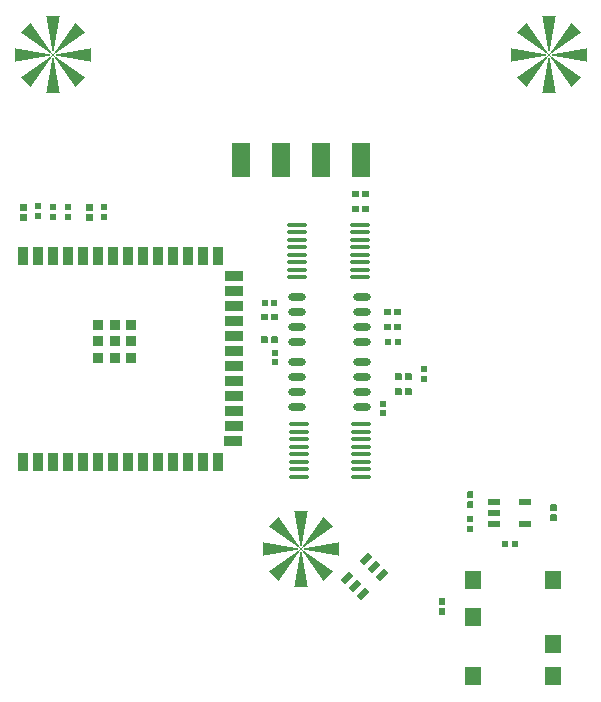
<source format=gbp>
G04 Layer: BottomPasteMaskLayer*
G04 EasyEDA Pro v3.2.58, 2026-01-05 14:09:15*
G04 Gerber Generator version 0.3*
G04 Scale: 100 percent, Rotated: No, Reflected: No*
G04 Dimensions in millimeters*
G04 Leading zeros omitted, absolute positions, 4 integers and 5 decimals*
G04 Generated by one-click*
%FSLAX45Y45*%
%MOMM*%
%AMRect*21,1,$1,$2,0,0,$3*%
%AMPolygonMacro1*4,1,3,-1.62493,-0.57304,-1.62493,0.57304,1.62493,0.0,-1.62493,-0.57304,0*%
%AMPolygonMacro2*4,1,3,-0.5412,-1.3516,-1.3516,-0.5412,1.3516,1.3516,-0.5412,-1.3516,0*%
%AMPolygonMacro3*4,1,3,-1.3516,0.5412,-0.5412,1.3516,1.3516,-1.3516,-1.3516,0.5412,0*%
%AMPolygonMacro4*4,1,3,0.57304,-1.62493,-0.57304,-1.62493,0.0,1.62493,0.57304,-1.62493,0*%
%AMPolygonMacro5*4,1,3,-0.57304,1.62493,0.57304,1.62493,0.0,-1.62493,-0.57304,1.62493,0*%
%AMPolygonMacro6*4,1,3,0.5412,1.3516,1.3516,0.5412,-1.3516,-1.3516,0.5412,1.3516,0*%
%AMPolygonMacro7*4,1,3,1.3516,-0.5412,0.5412,-1.3516,-1.3516,1.3516,1.3516,-0.5412,0*%
%AMPolygonMacro8*4,1,3,1.62493,0.57304,1.62493,-0.57304,-1.62493,0.0,1.62493,0.57304,0*%
%AMPolygonMacro9*4,1,3,-0.5412,-1.3516,-1.3516,-0.5412,1.3516,1.3516,-0.5412,-1.3516,0*%
%AMPolygonMacro10*4,1,3,-1.3516,0.5412,-0.5412,1.3516,1.3516,-1.3516,-1.3516,0.5412,0*%
%AMPolygonMacro11*4,1,3,0.57304,-1.62493,-0.57304,-1.62493,0.0,1.62493,0.57304,-1.62493,0*%
%AMPolygonMacro12*4,1,3,-0.57304,1.62493,0.57304,1.62493,0.0,-1.62493,-0.57304,1.62493,0*%
%AMPolygonMacro13*4,1,3,0.5412,1.3516,1.3516,0.5412,-1.3516,-1.3516,0.5412,1.3516,0*%
%AMPolygonMacro14*4,1,3,1.3516,-0.5412,0.5412,-1.3516,-1.3516,1.3516,1.3516,-0.5412,0*%
%AMPolygonMacro15*4,1,3,-0.5412,-1.3516,-1.3516,-0.5412,1.3516,1.3516,-0.5412,-1.3516,0*%
%AMPolygonMacro16*4,1,3,-1.3516,0.5412,-0.5412,1.3516,1.3516,-1.3516,-1.3516,0.5412,0*%
%AMPolygonMacro17*4,1,3,0.5412,1.3516,1.3516,0.5412,-1.3516,-1.3516,0.5412,1.3516,0*%
%AMPolygonMacro18*4,1,3,1.3516,-0.5412,0.5412,-1.3516,-1.3516,1.3516,1.3516,-0.5412,0*%
%ADD10R,0.5X0.54*%
%ADD11R,0.54X0.5*%
%ADD12R,0.9X1.5*%
%ADD13R,1.5X0.9*%
%ADD14R,0.9X0.9*%
%ADD15O,1.8148X0.3556*%
%ADD16O,1.52001X0.6*%
%ADD17Rect,0.5381X1.07201X135.0*%
%ADD18Rect,0.532X1.07201X135.0*%
%ADD19R,1.524X3.0*%
%ADD20R,1.1X0.6*%
%ADD21R,1.4X1.5*%
%ADD22PolygonMacro1*%
%ADD23PolygonMacro2*%
%ADD24PolygonMacro3*%
%ADD25PolygonMacro4*%
%ADD26PolygonMacro5*%
%ADD27PolygonMacro6*%
%ADD28PolygonMacro7*%
%ADD29PolygonMacro8*%
%ADD30PolygonMacro9*%
%ADD31PolygonMacro10*%
%ADD32PolygonMacro11*%
%ADD33PolygonMacro12*%
%ADD34PolygonMacro13*%
%ADD35PolygonMacro14*%
%ADD36PolygonMacro15*%
%ADD37PolygonMacro16*%
%ADD38PolygonMacro17*%
%ADD39PolygonMacro18*%
G75*


G04 PolygonModel Start*
G36*
G01X3291486Y3315388D02*
G01X3291486Y3269388D01*
G01X3295486Y3265388D01*
G01X3345550Y3265388D01*
G01X3349550Y3269388D01*
G01X3349550Y3315388D01*
G01X3345550Y3319388D01*
G01X3295486Y3319388D01*
G01X3291486Y3315388D01*
G37*
G36*
G01X3264486Y3315388D02*
G01X3260485Y3319388D01*
G01X3210422Y3319388D01*
G01X3206421Y3315388D01*
G01X3206421Y3269388D01*
G01X3210422Y3265388D01*
G01X3260485Y3265388D01*
G01X3264486Y3269388D01*
G01X3264486Y3315388D01*
G37*
G36*
G01X3291486Y3442388D02*
G01X3291486Y3396388D01*
G01X3295486Y3392388D01*
G01X3345550Y3392388D01*
G01X3349550Y3396388D01*
G01X3349550Y3442388D01*
G01X3345550Y3446388D01*
G01X3295486Y3446388D01*
G01X3291486Y3442388D01*
G37*
G36*
G01X3264486Y3442388D02*
G01X3260485Y3446388D01*
G01X3210422Y3446388D01*
G01X3206421Y3442388D01*
G01X3206421Y3396388D01*
G01X3210422Y3392388D01*
G01X3260485Y3392388D01*
G01X3264486Y3396388D01*
G01X3264486Y3442388D01*
G37*
G36*
G01X2221700Y3164700D02*
G01X2221700Y3210700D01*
G01X2217699Y3214700D01*
G01X2167636Y3214700D01*
G01X2163636Y3210700D01*
G01X2163636Y3164700D01*
G01X2167636Y3160700D01*
G01X2217699Y3160700D01*
G01X2221700Y3164700D01*
G37*
G36*
G01X2248700Y3164700D02*
G01X2252701Y3160700D01*
G01X2302764Y3160700D01*
G01X2306765Y3164700D01*
G01X2306765Y3210700D01*
G01X2302764Y3214700D01*
G01X2252701Y3214700D01*
G01X2248700Y3210700D01*
G01X2248700Y3164700D01*
G37*
G36*
G01X2221700Y3355200D02*
G01X2221700Y3401200D01*
G01X2217699Y3405200D01*
G01X2167636Y3405200D01*
G01X2163636Y3401200D01*
G01X2163636Y3355200D01*
G01X2167636Y3351200D01*
G01X2217699Y3351200D01*
G01X2221700Y3355200D01*
G37*
G36*
G01X2248700Y3355200D02*
G01X2252701Y3351200D01*
G01X2302764Y3351200D01*
G01X2306765Y3355200D01*
G01X2306765Y3401200D01*
G01X2302764Y3405200D01*
G01X2252701Y3405200D01*
G01X2248700Y3401200D01*
G01X2248700Y3355200D01*
G37*
G36*
G01X688200Y4277555D02*
G01X734200Y4277555D01*
G01X738200Y4281556D01*
G01X738200Y4331619D01*
G01X734200Y4335619D01*
G01X688200Y4335619D01*
G01X684200Y4331619D01*
G01X684200Y4281556D01*
G01X688200Y4277555D01*
G37*
G36*
G01X688200Y4250555D02*
G01X684200Y4246554D01*
G01X684200Y4196491D01*
G01X688200Y4192490D01*
G01X734200Y4192490D01*
G01X738200Y4196491D01*
G01X738200Y4246554D01*
G01X734200Y4250555D01*
G01X688200Y4250555D01*
G37*
G36*
G01X175400Y4250555D02*
G01X129400Y4250555D01*
G01X125400Y4246554D01*
G01X125400Y4196491D01*
G01X129400Y4192490D01*
G01X175400Y4192490D01*
G01X179400Y4196491D01*
G01X179400Y4246554D01*
G01X175400Y4250555D01*
G37*
G36*
G01X175400Y4277555D02*
G01X179400Y4281556D01*
G01X179400Y4331619D01*
G01X175400Y4335619D01*
G01X129400Y4335619D01*
G01X125400Y4331619D01*
G01X125400Y4281556D01*
G01X129400Y4277555D01*
G01X175400Y4277555D01*
G37*
G36*
G01X3380386Y2768873D02*
G01X3380386Y2722873D01*
G01X3384386Y2718873D01*
G01X3434450Y2718873D01*
G01X3438450Y2722873D01*
G01X3438450Y2768873D01*
G01X3434450Y2772873D01*
G01X3384386Y2772873D01*
G01X3380386Y2768873D01*
G37*
G36*
G01X3353386Y2768873D02*
G01X3349385Y2772873D01*
G01X3299322Y2772873D01*
G01X3295321Y2768873D01*
G01X3295321Y2722873D01*
G01X3299322Y2718873D01*
G01X3349385Y2718873D01*
G01X3353386Y2722873D01*
G01X3353386Y2768873D01*
G37*
G36*
G01X3380386Y2895873D02*
G01X3380386Y2849873D01*
G01X3384386Y2845873D01*
G01X3434450Y2845873D01*
G01X3438450Y2849873D01*
G01X3438450Y2895873D01*
G01X3434450Y2899873D01*
G01X3384386Y2899873D01*
G01X3380386Y2895873D01*
G37*
G36*
G01X3353386Y2895873D02*
G01X3349385Y2899873D01*
G01X3299322Y2899873D01*
G01X3295321Y2895873D01*
G01X3295321Y2849873D01*
G01X3299322Y2845873D01*
G01X3349385Y2845873D01*
G01X3353386Y2849873D01*
G01X3353386Y2895873D01*
G37*
G36*
G01X3021063Y4442600D02*
G01X3021063Y4396600D01*
G01X3025064Y4392600D01*
G01X3075127Y4392600D01*
G01X3079128Y4396600D01*
G01X3079128Y4442600D01*
G01X3075127Y4446600D01*
G01X3025064Y4446600D01*
G01X3021063Y4442600D01*
G37*
G36*
G01X2994063Y4442600D02*
G01X2990063Y4446600D01*
G01X2939999Y4446600D01*
G01X2935999Y4442600D01*
G01X2935999Y4396600D01*
G01X2939999Y4392600D01*
G01X2990063Y4392600D01*
G01X2994063Y4396600D01*
G01X2994063Y4442600D01*
G37*
G36*
G01X3021063Y4315600D02*
G01X3021063Y4269600D01*
G01X3025064Y4265600D01*
G01X3075127Y4265600D01*
G01X3079128Y4269600D01*
G01X3079128Y4315600D01*
G01X3075127Y4319600D01*
G01X3025064Y4319600D01*
G01X3021063Y4315600D01*
G37*
G36*
G01X2994063Y4315600D02*
G01X2990063Y4319600D01*
G01X2939999Y4319600D01*
G01X2935999Y4315600D01*
G01X2935999Y4269600D01*
G01X2939999Y4265600D01*
G01X2990063Y4265600D01*
G01X2994063Y4269600D01*
G01X2994063Y4315600D01*
G37*
G36*
G01X3718700Y913600D02*
G01X3672700Y913600D01*
G01X3668700Y909599D01*
G01X3668700Y859536D01*
G01X3672700Y855536D01*
G01X3718700Y855536D01*
G01X3722700Y859536D01*
G01X3722700Y909599D01*
G01X3718700Y913600D01*
G37*
G36*
G01X3718700Y940600D02*
G01X3722700Y944601D01*
G01X3722700Y994664D01*
G01X3718700Y998665D01*
G01X3672700Y998665D01*
G01X3668700Y994664D01*
G01X3668700Y944601D01*
G01X3672700Y940600D01*
G01X3718700Y940600D01*
G37*
G36*
G01X4617682Y1735519D02*
G01X4663681Y1735519D01*
G01X4667682Y1739519D01*
G01X4667682Y1789582D01*
G01X4663681Y1793583D01*
G01X4617682Y1793583D01*
G01X4613681Y1789582D01*
G01X4613681Y1739519D01*
G01X4617682Y1735519D01*
G37*
G36*
G01X4617682Y1708518D02*
G01X4613681Y1704518D01*
G01X4613681Y1654454D01*
G01X4617682Y1650454D01*
G01X4663681Y1650454D01*
G01X4667682Y1654454D01*
G01X4667682Y1704518D01*
G01X4663681Y1708518D01*
G01X4617682Y1708518D01*
G37*
G36*
G01X3912481Y1845790D02*
G01X3958480Y1845790D01*
G01X3962481Y1849791D01*
G01X3962481Y1899854D01*
G01X3958480Y1903855D01*
G01X3912481Y1903855D01*
G01X3908480Y1899854D01*
G01X3908480Y1849791D01*
G01X3912481Y1845790D01*
G37*
G36*
G01X3912481Y1818790D02*
G01X3908480Y1814790D01*
G01X3908480Y1764726D01*
G01X3912481Y1760726D01*
G01X3958480Y1760726D01*
G01X3962481Y1764726D01*
G01X3962481Y1814790D01*
G01X3958480Y1818790D01*
G01X3912481Y1818790D01*
G37*

G04 Pad Start*
G54D10*
G01X3319997Y3165388D03*
G01X3235974Y3165388D03*
G54D11*
G01X2286000Y2993288D03*
G01X2286000Y3077312D03*
G01X3543300Y2937612D03*
G01X3543300Y2853588D03*
G01X838200Y4306067D03*
G01X838200Y4222043D03*
G01X533400Y4306067D03*
G01X533400Y4222043D03*
G01X406296Y4306067D03*
G01X406296Y4222043D03*
G54D12*
G01X151905Y3897605D03*
G01X278905Y3897605D03*
G01X405905Y3897605D03*
G01X532905Y3897605D03*
G01X659905Y3897605D03*
G01X786905Y3897605D03*
G01X913905Y3897605D03*
G01X1040905Y3897605D03*
G01X1167905Y3897605D03*
G01X1294905Y3897605D03*
G01X1421905Y3897605D03*
G01X1548905Y3897605D03*
G01X1675905Y3897605D03*
G01X1802905Y3897605D03*
G54D13*
G01X1930895Y3721100D03*
G01X1930895Y3594100D03*
G01X1930895Y3467100D03*
G01X1930895Y3340100D03*
G01X1930895Y3213100D03*
G01X1930895Y3086100D03*
G01X1930895Y2959100D03*
G01X1930895Y2832100D03*
G01X1930895Y2705100D03*
G01X1930895Y2578100D03*
G01X1930895Y2451100D03*
G01X1927898Y2324100D03*
G54D12*
G01X1802905Y2147595D03*
G01X1675905Y2147595D03*
G01X1548905Y2147595D03*
G01X1421905Y2147595D03*
G01X1294905Y2147595D03*
G01X1167905Y2147595D03*
G01X1040905Y2147595D03*
G01X913905Y2147595D03*
G01X786905Y2147595D03*
G01X659905Y2147595D03*
G01X532905Y2147595D03*
G01X405905Y2147595D03*
G01X278905Y2147595D03*
G01X151905Y2147595D03*
G54D14*
G01X923912Y3172612D03*
G01X923912Y3312617D03*
G01X923912Y3032608D03*
G01X783908Y3032608D03*
G01X783908Y3172612D03*
G01X783908Y3312617D03*
G01X1063917Y3312617D03*
G01X1063917Y3172612D03*
G01X1063917Y3032608D03*
G54D15*
G01X2999078Y4159250D03*
G01X2999078Y4095750D03*
G01X2999078Y4032250D03*
G01X2999078Y3968750D03*
G01X2999078Y3905250D03*
G01X2999078Y3841750D03*
G01X2999078Y3778250D03*
G01X2999078Y3714750D03*
G01X2468116Y4159250D03*
G01X2468116Y4095750D03*
G01X2468116Y4032250D03*
G01X2468116Y3968750D03*
G01X2468116Y3905250D03*
G01X2468116Y3841750D03*
G01X2468116Y3778250D03*
G01X2468116Y3714750D03*
G54D16*
G01X3016353Y3546388D03*
G01X3016353Y3419388D03*
G01X3016353Y3292388D03*
G01X3016353Y3165388D03*
G01X2468373Y3546388D03*
G01X2468373Y3419388D03*
G01X2468373Y3292388D03*
G01X2468373Y3165388D03*
G54D11*
G01X279296Y4233113D03*
G01X279296Y4318111D03*
G54D18*
G01X3025377Y1031596D03*
G01X2958205Y1098769D03*
G01X2891033Y1165941D03*
G01X3053539Y1328448D03*
G01X3120712Y1261275D03*
G01X3187884Y1194103D03*
G54D19*
G01X3008000Y4704426D03*
G01X2669333Y4704426D03*
G01X1992000Y4704426D03*
G01X2330667Y4704426D03*
G54D10*
G01X4312874Y1454823D03*
G01X4228851Y1454823D03*
G54D11*
G01X3937000Y1583588D03*
G01X3937000Y1667612D03*
G54D16*
G01X3016353Y2999873D03*
G01X3016353Y2872873D03*
G01X3016353Y2745873D03*
G01X3016353Y2618873D03*
G01X2468373Y2999873D03*
G01X2468373Y2872873D03*
G01X2468373Y2745873D03*
G01X2468373Y2618873D03*
G54D20*
G01X4395921Y1624772D03*
G01X4395921Y1814764D03*
G01X4135901Y1814764D03*
G01X4135901Y1719768D03*
G01X4135901Y1624772D03*
G54D10*
G01X2193188Y3496867D03*
G01X2277212Y3496867D03*
G54D21*
G01X4640004Y334998D03*
G01X3959996Y334998D03*
G01X4640004Y610004D03*
G01X3959996Y840001D03*
G01X4640004Y1149982D03*
G01X3959996Y1149982D03*
G54D22*
G01X2337507Y1415800D03*
G54D23*
G01X2364840Y1280640D03*
G54D24*
G01X2364840Y1550960D03*
G54D25*
G01X2500000Y1253307D03*
G54D26*
G01X2500000Y1578293D03*
G54D27*
G01X2635160Y1550960D03*
G54D28*
G01X2635160Y1280640D03*
G54D29*
G01X2662493Y1415800D03*
G54D22*
G01X4437539Y5600002D03*
G54D30*
G01X4464872Y5464841D03*
G54D31*
G01X4464872Y5735162D03*
G54D32*
G01X4600032Y5437508D03*
G54D33*
G01X4600032Y5762495D03*
G54D34*
G01X4735192Y5735162D03*
G54D35*
G01X4735192Y5464841D03*
G54D29*
G01X4762526Y5600002D03*
G54D22*
G01X237539Y5600002D03*
G54D36*
G01X264872Y5464841D03*
G54D37*
G01X264872Y5735162D03*
G54D32*
G01X400032Y5437508D03*
G54D33*
G01X400032Y5762495D03*
G54D38*
G01X535192Y5735162D03*
G54D39*
G01X535192Y5464841D03*
G54D29*
G01X562525Y5600002D03*
G54D15*
G01X2481657Y2025650D03*
G01X2481657Y2089150D03*
G01X2481657Y2152650D03*
G01X2481657Y2216150D03*
G01X2481657Y2279650D03*
G01X2481657Y2343150D03*
G01X2481657Y2406650D03*
G01X2481657Y2470150D03*
G01X3012619Y2025650D03*
G01X3012619Y2089150D03*
G01X3012619Y2152650D03*
G01X3012619Y2216150D03*
G01X3012619Y2279650D03*
G01X3012619Y2343150D03*
G01X3012619Y2406650D03*
G01X3012619Y2470150D03*
G54D11*
G01X3200400Y2561488D03*
G01X3200400Y2645512D03*
G04 Pad End*

M02*


</source>
